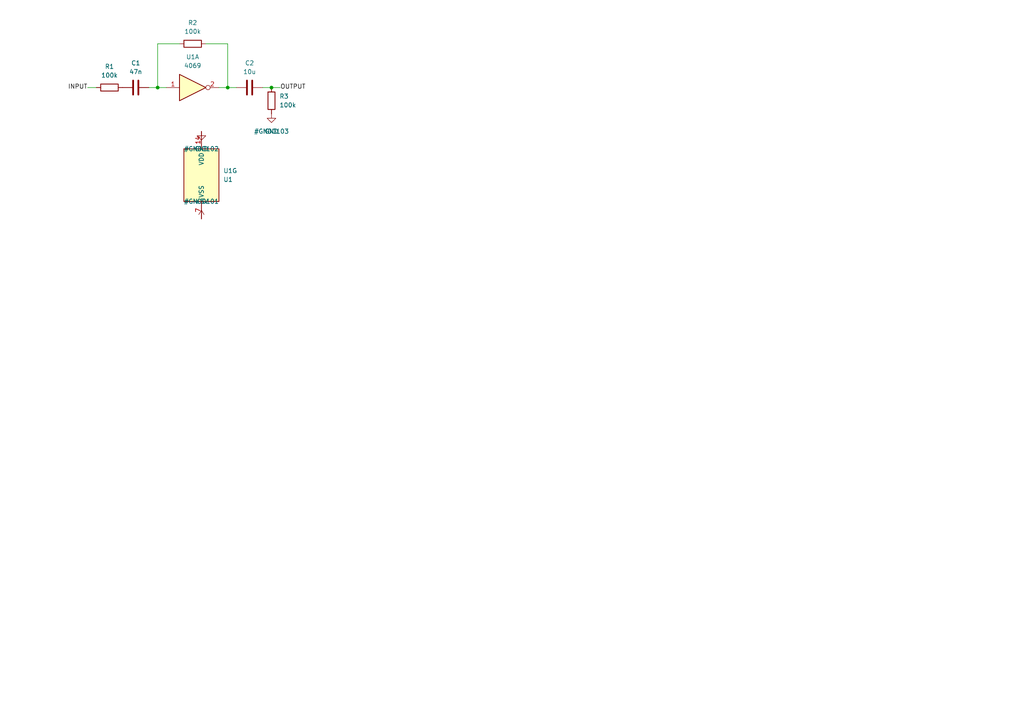
<source format=kicad_sch>
(kicad_sch (version 20211123) (generator elektron)
  (paper "A4")
  (lib_symbols
    (symbol "Device:R" (pin_numbers hide) (pin_names (offset 0))
      (property "Reference" "R" (at 2.032 0 90))
      (property "Value" "R" (at 0 0 90))
      (symbol "R_0_1"
        (rectangle (start -1.016 -2.54) (end 1.016 2.54) (stroke (width 0.254)))
      )
      (symbol "R_1_1"
        (pin passive line (at 0 3.81 270) (length 1.27) (name "~") (number "1"))
        (pin passive line (at 0 -3.81 90) (length 1.27) (name "~") (number "2"))
      )
    )
    (symbol "Device:C" (pin_numbers hide) (pin_names (offset 0.254))
      (property "Reference" "C" (at 0.635 2.54 0))
      (property "Value" "C" (at 0.635 -2.54 0))
      (symbol "C_0_1"
        (polyline (pts (xy -2.032 -0.762) (xy 2.032 -0.762)) (stroke (width 0.508)))
        (polyline (pts (xy -2.032 0.762) (xy 2.032 0.762)) (stroke (width 0.508)))
      )
      (symbol "C_1_1"
        (pin passive line (at 0 3.81 270) (length 2.794) (name "~") (number "1"))
        (pin passive line (at 0 -3.81 90) (length 2.794) (name "~") (number "2"))
      )
    )
    (symbol "4xxx:4069" (pin_names (offset 1.016))
      (property "Reference" "U" (at 0 1.27 0))
      (property "Value" "4069" (at 0 -1.27 0))
      (symbol "4069_1_0"
        (polyline (pts (xy -3.81 3.81) (xy -3.81 -3.81) (xy 3.81 0) (xy -3.81 3.81)) (stroke (width 0.254)) (fill (type background)))
        (pin input line (at -7.62 0 0) (length 3.81) (name "~") (number "1"))
        (pin output inverted (at 7.62 0 180) (length 3.81) (name "~") (number "2"))
      )
      (symbol "4069_2_0"
        (polyline (pts (xy -3.81 3.81) (xy -3.81 -3.81) (xy 3.81 0) (xy -3.81 3.81)) (stroke (width 0.254)) (fill (type background)))
        (pin input line (at -7.62 0 0) (length 3.81) (name "~") (number "3"))
        (pin output inverted (at 7.62 0 180) (length 3.81) (name "~") (number "4"))
      )
      (symbol "4069_3_0"
        (polyline (pts (xy -3.81 3.81) (xy -3.81 -3.81) (xy 3.81 0) (xy -3.81 3.81)) (stroke (width 0.254)) (fill (type background)))
        (pin input line (at -7.62 0 0) (length 3.81) (name "~") (number "5"))
        (pin output inverted (at 7.62 0 180) (length 3.81) (name "~") (number "6"))
      )
      (symbol "4069_4_0"
        (polyline (pts (xy -3.81 3.81) (xy -3.81 -3.81) (xy 3.81 0) (xy -3.81 3.81)) (stroke (width 0.254)) (fill (type background)))
        (pin output inverted (at 7.62 0 180) (length 3.81) (name "~") (number "8"))
        (pin input line (at -7.62 0 0) (length 3.81) (name "~") (number "9"))
      )
      (symbol "4069_5_0"
        (polyline (pts (xy -3.81 3.81) (xy -3.81 -3.81) (xy 3.81 0) (xy -3.81 3.81)) (stroke (width 0.254)) (fill (type background)))
        (pin output inverted (at 7.62 0 180) (length 3.81) (name "~") (number "10"))
        (pin input line (at -7.62 0 0) (length 3.81) (name "~") (number "11"))
      )
      (symbol "4069_6_0"
        (polyline (pts (xy -3.81 3.81) (xy -3.81 -3.81) (xy 3.81 0) (xy -3.81 3.81)) (stroke (width 0.254)) (fill (type background)))
        (pin output inverted (at 7.62 0 180) (length 3.81) (name "~") (number "12"))
        (pin input line (at -7.62 0 0) (length 3.81) (name "~") (number "13"))
      )
      (symbol "4069_7_0"
        (pin power_in line (at 0 12.7 270) (length 5.08) (name "VDD") (number "14"))
        (pin power_in line (at 0 -12.7 90) (length 5.08) (name "VSS") (number "7"))
      )
      (symbol "4069_7_1"
        (rectangle (start -5.08 7.62) (end 5.08 -7.62) (stroke (width 0.254)) (fill (type background)))
      )
    )
    (symbol "power:GND" (power) (pin_names (offset 0))
      (property "Value" "GND" (at 0 -3.81 0))
      (symbol "GND_0_1"
        (polyline (pts (xy 0 0) (xy 0 -1.27) (xy 1.27 -1.27) (xy 0 -2.54) (xy -1.27 -1.27) (xy 0 -1.27)))
      )
      (symbol "GND_1_1"
        (pin power_in line (at 0 0 270) (length 0) hide (name "GND") (number "1"))
      )
    )
    (symbol "power:+5V" (power) (pin_names (offset 0))
      (property "Value" "+5V" (at 0 3.556 0))
      (symbol "+5V_0_1"
        (polyline (pts (xy -0.762 1.27) (xy 0 2.54)))
        (polyline (pts (xy 0 0) (xy 0 2.54)))
        (polyline (pts (xy 0 2.54) (xy 0.762 1.27)))
      )
      (symbol "+5V_1_1"
        (pin power_in line (at 0 0 90) (length 0) hide (name "+5V") (number "1"))
      )
    )
  )
  (label "INPUT" (at 25.4 25.4 180))
  (wire (pts (xy 25.4 25.4) (xy 27.94 25.4)))
  (symbol (lib_id "Device:R") (at 31.75 25.4 90) (unit 1)
    (property "Reference" "R1" (at 31.75 19.3 -90))
    (property "Value" "100k" (at 31.75 21.84 -90))
    (property "Spice_Netlist_Enabled" "Y" (effects hide))
  )
  (symbol (lib_id "Device:C") (at 39.37 25.4 90) (unit 1)
    (property "Reference" "C1" (at 39.37 18.290000000000003 -90))
    (property "Value" "47n" (at 39.37 20.830000000000002 -90))
  )
  (wire (pts (xy 43.18 25.4) (xy 45.72 25.4)))
  (junction (at 45.72 25.4))
  (wire (pts (xy 45.72 25.4) (xy 48.26 25.4)))
  (symbol (lib_id "4xxx:4069") (at 55.88 25.4 0) (unit 1)
    (property "Reference" "U1" (at 55.88 16.51 0))
    (property "Value" "4069" (at 55.88 19.05 0))
    (property "Datasheet" "http://www.intersil.com/content/dam/Intersil/documents/cd40/cd4069ubms.pdf" (effects hide))
    (property "Spice_Primitive" "X" (effects hide))
    (property "Spice_Model" "4069UB" (effects hide))
  )
  (wire (pts (xy 63.5 25.4) (xy 66.04 25.4)))
  (junction (at 66.04 25.4))
  (wire (pts (xy 66.04 25.4) (xy 68.58 25.4)))
  (symbol (lib_id "Device:C") (at 72.39 25.4 90) (unit 1)
    (property "Reference" "C2" (at 72.39 18.290000000000003 -90))
    (property "Value" "10u" (at 72.39 20.830000000000002 -90))
  )
  (wire (pts (xy 76.2 25.4) (xy 78.74 25.4)))
  (junction (at 78.74000000000001 25.4))
  (wire (pts (xy 78.74 25.4) (xy 81.28 25.4)))
  (label "OUTPUT" (at 81.28 25.4 0))
  (wire (pts (xy 66.04 25.4) (xy 66.04 12.7)))
  (wire (pts (xy 66.04 12.7) (xy 59.69 12.7)))
  (wire (pts (xy 52.07 12.7) (xy 45.72 12.7)))
  (symbol (lib_id "Device:R") (at 55.88 12.7 270) (unit 1)
    (property "Reference" "R2" (at 55.88 6.6000000000000005 -270))
    (property "Value" "100k" (at 55.88 9.14 -270))
  )
  (wire (pts (xy 45.72 12.7) (xy 45.72 25.4)))
  (symbol (lib_id "Device:R") (at 78.74 29.21 0) (unit 1)
    (property "Reference" "R3" (at 81.03 27.94 360) (effects (justify left)))
    (property "Value" "100k" (at 81.03 30.48 360) (effects (justify left)))
  )
  (symbol (lib_id "power:GND") (at 78.74 33.02 0) (unit 1)
    (property "Reference" "GND" (at 78.74 38.1 0))
    (property "Value" "GND" (at 78.74 38.1 0))
  )
  (symbol (lib_id "4xxx:4069") (at 58.42 50.8 0) (unit 7)
    (property "Reference" "U1" (at 64.77 49.529999999999994 360) (effects (justify left)))
    (property "Value" "U1" (at 64.77 52.06999999999999 360) (effects (justify left)))
    (property "Datasheet" "http://www.intersil.com/content/dam/Intersil/documents/cd40/cd4069ubms.pdf" (effects hide))
    (property "Spice_Primitive" "X" (effects hide))
    (property "Spice_Model" "4069UB" (effects hide))
  )
  (symbol (lib_id "power:GND") (at 58.42 38.1 0) (unit 1)
    (property "Reference" "GND" (at 58.42 43.18 0))
    (property "Value" "GND" (at 58.42 43.18 0))
  )
  (symbol (lib_id "power:+5V") (at 58.42 63.5 0) (unit 1)
    (property "Reference" "GND" (at 58.42 58.42 0))
    (property "Value" "+5V" (at 58.42 58.42 0))
  )
)
</source>
